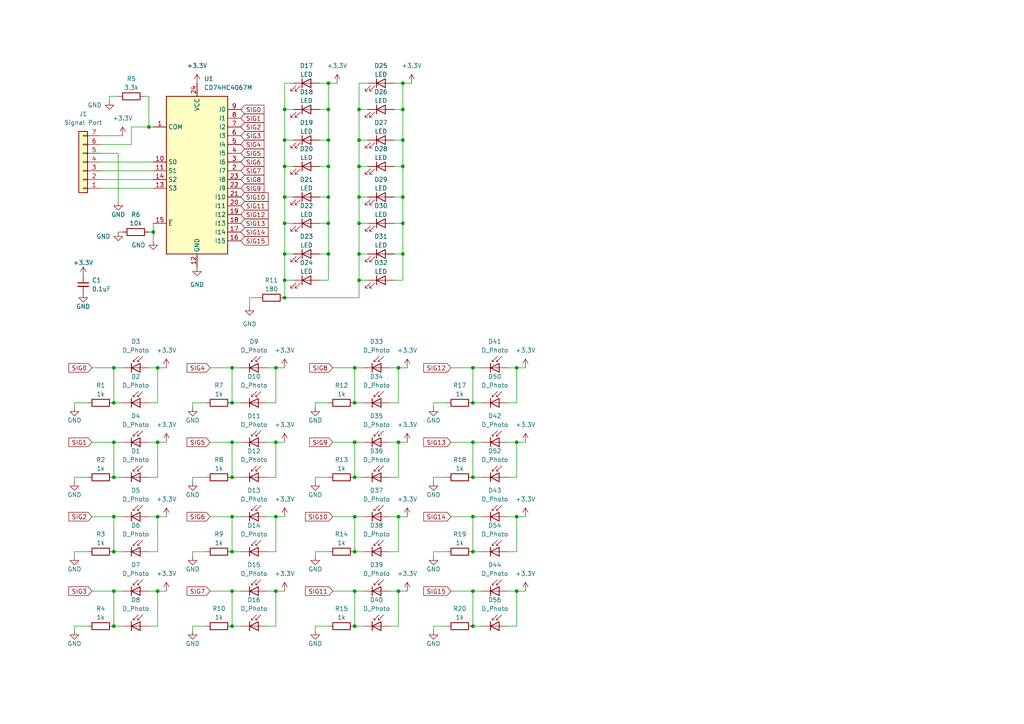
<source format=kicad_sch>
(kicad_sch (version 20211123) (generator eeschema)
  (paper "A4")
  (lib_symbols
    (symbol "74xx:CD74HC4067M"
      (property "Reference" "U" (at -8.89 22.86 0))
      (property "Value" "CD74HC4067M" (at 1.27 22.86 0))
      (symbol "CD74HC4067M_0_1"
        (rectangle (start -8.89 21.59) (end 8.89 -24.13) (stroke (width 0.254)) (fill (type background)))
      )
      (symbol "CD74HC4067M_1_1"
        (pin passive line (at -12.7 12.7 0) (length 3.81) (name "COM") (number "1"))
        (pin input line (at -12.7 2.54 0) (length 3.81) (name "S0") (number "10"))
        (pin input line (at -12.7 0 0) (length 3.81) (name "S1") (number "11"))
        (pin power_in line (at 0 -27.94 90) (length 3.81) (name "GND") (number "12"))
        (pin input line (at -12.7 -5.08 0) (length 3.81) (name "S3") (number "13"))
        (pin input line (at -12.7 -2.54 0) (length 3.81) (name "S2") (number "14"))
        (pin input line (at -12.7 -15.24 0) (length 3.81) (name "~{E}") (number "15"))
        (pin passive line (at 12.7 -20.32 180) (length 3.81) (name "I15") (number "16"))
        (pin passive line (at 12.7 -17.78 180) (length 3.81) (name "I14") (number "17"))
        (pin passive line (at 12.7 -15.24 180) (length 3.81) (name "I13") (number "18"))
        (pin passive line (at 12.7 -12.7 180) (length 3.81) (name "I12") (number "19"))
        (pin passive line (at 12.7 0 180) (length 3.81) (name "I7") (number "2"))
        (pin passive line (at 12.7 -10.16 180) (length 3.81) (name "I11") (number "20"))
        (pin passive line (at 12.7 -7.62 180) (length 3.81) (name "I10") (number "21"))
        (pin passive line (at 12.7 -5.08 180) (length 3.81) (name "I9") (number "22"))
        (pin passive line (at 12.7 -2.54 180) (length 3.81) (name "I8") (number "23"))
        (pin power_in line (at 0 25.4 270) (length 3.81) (name "VCC") (number "24"))
        (pin passive line (at 12.7 2.54 180) (length 3.81) (name "I6") (number "3"))
        (pin passive line (at 12.7 5.08 180) (length 3.81) (name "I5") (number "4"))
        (pin passive line (at 12.7 7.62 180) (length 3.81) (name "I4") (number "5"))
        (pin passive line (at 12.7 10.16 180) (length 3.81) (name "I3") (number "6"))
        (pin passive line (at 12.7 12.7 180) (length 3.81) (name "I2") (number "7"))
        (pin passive line (at 12.7 15.24 180) (length 3.81) (name "I1") (number "8"))
        (pin passive line (at 12.7 17.78 180) (length 3.81) (name "I0") (number "9"))
      )
    )
    (symbol "Connector_Generic:Conn_01x07" (pin_names (offset 1.016) hide)
      (property "Reference" "J" (at 0 10.16 0))
      (property "Value" "Conn_01x07" (at 0 -10.16 0))
      (symbol "Conn_01x07_1_1"
        (rectangle (start -1.27 -7.493) (end 0 -7.747) (stroke (width 0.1524)))
        (rectangle (start -1.27 -4.953) (end 0 -5.207) (stroke (width 0.1524)))
        (rectangle (start -1.27 -2.413) (end 0 -2.667) (stroke (width 0.1524)))
        (rectangle (start -1.27 0.127) (end 0 -0.127) (stroke (width 0.1524)))
        (rectangle (start -1.27 2.667) (end 0 2.413) (stroke (width 0.1524)))
        (rectangle (start -1.27 5.207) (end 0 4.953) (stroke (width 0.1524)))
        (rectangle (start -1.27 7.747) (end 0 7.493) (stroke (width 0.1524)))
        (rectangle (start -1.27 8.89) (end 1.27 -8.89) (stroke (width 0.254)) (fill (type background)))
        (pin passive line (at -5.08 7.62 0) (length 3.81) (name "Pin_1") (number "1"))
        (pin passive line (at -5.08 5.08 0) (length 3.81) (name "Pin_2") (number "2"))
        (pin passive line (at -5.08 2.54 0) (length 3.81) (name "Pin_3") (number "3"))
        (pin passive line (at -5.08 0 0) (length 3.81) (name "Pin_4") (number "4"))
        (pin passive line (at -5.08 -2.54 0) (length 3.81) (name "Pin_5") (number "5"))
        (pin passive line (at -5.08 -5.08 0) (length 3.81) (name "Pin_6") (number "6"))
        (pin passive line (at -5.08 -7.62 0) (length 3.81) (name "Pin_7") (number "7"))
      )
    )
    (symbol "Device:C_Small" (pin_numbers hide) (pin_names (offset 0.254) hide)
      (property "Reference" "C" (at 0.254 1.778 0))
      (property "Value" "C_Small" (at 0.254 -2.032 0))
      (symbol "C_Small_0_1"
        (polyline (pts (xy -1.524 -0.508) (xy 1.524 -0.508)) (stroke (width 0.3302)))
        (polyline (pts (xy -1.524 0.508) (xy 1.524 0.508)) (stroke (width 0.3048)))
      )
      (symbol "C_Small_1_1"
        (pin passive line (at 0 2.54 270) (length 2.032) (name "~") (number "1"))
        (pin passive line (at 0 -2.54 90) (length 2.032) (name "~") (number "2"))
      )
    )
    (symbol "Device:D_Photo" (pin_numbers hide) (pin_names hide)
      (property "Reference" "D" (at 0.508 1.778 0))
      (property "Value" "D_Photo" (at -1.016 -2.794 0))
      (symbol "D_Photo_0_1"
        (polyline (pts (xy -2.54 1.27) (xy -2.54 -1.27)) (stroke (width 0.254)))
        (polyline (pts (xy -2.032 1.778) (xy -1.524 1.778)))
        (polyline (pts (xy 0 0) (xy -2.54 0)))
        (polyline (pts (xy -0.508 3.302) (xy -2.032 1.778) (xy -2.032 2.286)))
        (polyline (pts (xy 0 -1.27) (xy 0 1.27) (xy -2.54 0) (xy 0 -1.27)) (stroke (width 0.254)))
        (polyline (pts (xy 0.762 3.302) (xy -0.762 1.778) (xy -0.762 2.286) (xy -0.762 1.778) (xy -0.254 1.778)))
      )
      (symbol "D_Photo_1_1"
        (pin passive line (at -5.08 0 0) (length 2.54) (name "K") (number "1"))
        (pin passive line (at 2.54 0 180) (length 2.54) (name "A") (number "2"))
      )
    )
    (symbol "Device:LED" (pin_numbers hide) (pin_names (offset 1.016) hide)
      (property "Reference" "D" (at 0 2.54 0))
      (property "Value" "LED" (at 0 -2.54 0))
      (symbol "LED_0_1"
        (polyline (pts (xy -1.27 -1.27) (xy -1.27 1.27)) (stroke (width 0.254)))
        (polyline (pts (xy -1.27 0) (xy 1.27 0)))
        (polyline (pts (xy 1.27 -1.27) (xy 1.27 1.27) (xy -1.27 0) (xy 1.27 -1.27)) (stroke (width 0.254)))
        (polyline (pts (xy -3.048 -0.762) (xy -4.572 -2.286) (xy -3.81 -2.286) (xy -4.572 -2.286) (xy -4.572 -1.524)))
        (polyline (pts (xy -1.778 -0.762) (xy -3.302 -2.286) (xy -2.54 -2.286) (xy -3.302 -2.286) (xy -3.302 -1.524)))
      )
      (symbol "LED_1_1"
        (pin passive line (at -3.81 0 0) (length 2.54) (name "K") (number "1"))
        (pin passive line (at 3.81 0 180) (length 2.54) (name "A") (number "2"))
      )
    )
    (symbol "Device:R" (pin_numbers hide) (pin_names (offset 0))
      (property "Reference" "R" (at 2.032 0 90))
      (property "Value" "R" (at 0 0 90))
      (symbol "R_0_1"
        (rectangle (start -1.016 -2.54) (end 1.016 2.54) (stroke (width 0.254)))
      )
      (symbol "R_1_1"
        (pin passive line (at 0 3.81 270) (length 1.27) (name "~") (number "1"))
        (pin passive line (at 0 -3.81 90) (length 1.27) (name "~") (number "2"))
      )
    )
    (symbol "power:+3.3V" (power) (pin_names (offset 0))
      (property "Value" "+3.3V" (at 0 3.556 0))
      (symbol "+3.3V_0_1"
        (polyline (pts (xy -0.762 1.27) (xy 0 2.54)))
        (polyline (pts (xy 0 0) (xy 0 2.54)))
        (polyline (pts (xy 0 2.54) (xy 0.762 1.27)))
      )
      (symbol "+3.3V_1_1"
        (pin power_in line (at 0 0 90) (length 0) hide (name "+3.3V") (number "1"))
      )
    )
    (symbol "power:GND" (power) (pin_names (offset 0))
      (property "Value" "GND" (at 0 -3.81 0))
      (symbol "GND_0_1"
        (polyline (pts (xy 0 0) (xy 0 -1.27) (xy 1.27 -1.27) (xy 0 -2.54) (xy -1.27 -1.27) (xy 0 -1.27)))
      )
      (symbol "GND_1_1"
        (pin power_in line (at 0 0 270) (length 0) hide (name "GND") (number "1"))
      )
    )
  )
  (junction (at 137.16 106.68))
  (junction (at 95.25 48.26))
  (junction (at 137.16 128.27))
  (junction (at 115.57 106.68))
  (junction (at 82.55 57.15))
  (junction (at 33.02 128.27))
  (junction (at 33.02 116.84))
  (junction (at 80.01 106.68))
  (junction (at 67.31 160.02))
  (junction (at 43.18 36.83))
  (junction (at 115.57 171.45))
  (junction (at 67.31 138.43))
  (junction (at 95.25 31.75))
  (junction (at 45.72 106.68))
  (junction (at 33.02 138.43))
  (junction (at 104.14 57.15))
  (junction (at 95.25 64.77))
  (junction (at 95.25 40.64))
  (junction (at 80.01 149.86))
  (junction (at 67.31 128.27))
  (junction (at 116.84 73.66))
  (junction (at 116.84 64.77))
  (junction (at 116.84 24.13))
  (junction (at 102.87 138.43))
  (junction (at 116.84 48.26))
  (junction (at 149.86 149.86))
  (junction (at 80.01 128.27))
  (junction (at 82.55 40.64))
  (junction (at 104.14 64.77))
  (junction (at 149.86 171.45))
  (junction (at 137.16 138.43))
  (junction (at 67.31 106.68))
  (junction (at 104.14 31.75))
  (junction (at 44.45 67.31))
  (junction (at 45.72 149.86))
  (junction (at 137.16 171.45))
  (junction (at 82.55 64.77))
  (junction (at 67.31 181.61))
  (junction (at 116.84 57.15))
  (junction (at 116.84 40.64))
  (junction (at 82.55 81.28))
  (junction (at 33.02 181.61))
  (junction (at 82.55 86.36))
  (junction (at 67.31 171.45))
  (junction (at 82.55 31.75))
  (junction (at 115.57 128.27))
  (junction (at 149.86 128.27))
  (junction (at 137.16 149.86))
  (junction (at 104.14 81.28))
  (junction (at 45.72 128.27))
  (junction (at 149.86 106.68))
  (junction (at 137.16 116.84))
  (junction (at 67.31 149.86))
  (junction (at 137.16 160.02))
  (junction (at 80.01 171.45))
  (junction (at 137.16 181.61))
  (junction (at 104.14 48.26))
  (junction (at 116.84 31.75))
  (junction (at 102.87 149.86))
  (junction (at 33.02 160.02))
  (junction (at 102.87 128.27))
  (junction (at 33.02 106.68))
  (junction (at 102.87 116.84))
  (junction (at 82.55 73.66))
  (junction (at 33.02 171.45))
  (junction (at 33.02 149.86))
  (junction (at 102.87 106.68))
  (junction (at 115.57 149.86))
  (junction (at 102.87 171.45))
  (junction (at 104.14 73.66))
  (junction (at 95.25 24.13))
  (junction (at 104.14 40.64))
  (junction (at 95.25 73.66))
  (junction (at 45.72 171.45))
  (junction (at 82.55 48.26))
  (junction (at 102.87 160.02))
  (junction (at 102.87 181.61))
  (junction (at 67.31 116.84))
  (junction (at 95.25 57.15))
  (wire (pts (xy 45.72 106.68) (xy 48.26 106.68)))
  (wire (pts (xy 55.88 181.61) (xy 59.69 181.61)))
  (wire (pts (xy 45.72 171.45) (xy 48.26 171.45)))
  (wire (pts (xy 55.88 138.43) (xy 59.69 138.43)))
  (wire (pts (xy 116.84 24.13) (xy 119.38 24.13)))
  (wire (pts (xy 67.31 138.43) (xy 69.85 138.43)))
  (wire (pts (xy 96.52 171.45) (xy 102.87 171.45)))
  (wire (pts (xy 149.86 160.02) (xy 147.32 160.02)))
  (wire (pts (xy 104.14 31.75) (xy 106.68 31.75)))
  (wire (pts (xy 116.84 24.13) (xy 116.84 31.75)))
  (wire (pts (xy 115.57 106.68) (xy 113.03 106.68)))
  (wire (pts (xy 95.25 64.77) (xy 95.25 73.66)))
  (wire (pts (xy 137.16 128.27) (xy 137.16 138.43)))
  (wire (pts (xy 137.16 160.02) (xy 139.7 160.02)))
  (wire (pts (xy 149.86 171.45) (xy 147.32 171.45)))
  (wire (pts (xy 104.14 73.66) (xy 104.14 81.28)))
  (wire (pts (xy 115.57 116.84) (xy 113.03 116.84)))
  (wire (pts (xy 60.96 106.68) (xy 67.31 106.68)))
  (wire (pts (xy 137.16 149.86) (xy 137.16 160.02)))
  (wire (pts (xy 137.16 128.27) (xy 139.7 128.27)))
  (wire (pts (xy 45.72 149.86) (xy 45.72 160.02)))
  (wire (pts (xy 45.72 128.27) (xy 45.72 138.43)))
  (wire (pts (xy 80.01 149.86) (xy 80.01 160.02)))
  (wire (pts (xy 115.57 149.86) (xy 115.57 160.02)))
  (wire (pts (xy 34.29 67.31) (xy 35.56 67.31)))
  (wire (pts (xy 114.3 48.26) (xy 116.84 48.26)))
  (wire (pts (xy 29.21 54.61) (xy 44.45 54.61)))
  (wire (pts (xy 82.55 73.66) (xy 85.09 73.66)))
  (wire (pts (xy 149.86 171.45) (xy 149.86 181.61)))
  (wire (pts (xy 55.88 118.11) (xy 55.88 116.84)))
  (wire (pts (xy 33.02 116.84) (xy 35.56 116.84)))
  (wire (pts (xy 80.01 171.45) (xy 82.55 171.45)))
  (wire (pts (xy 80.01 171.45) (xy 77.47 171.45)))
  (wire (pts (xy 102.87 128.27) (xy 102.87 138.43)))
  (wire (pts (xy 104.14 57.15) (xy 106.68 57.15)))
  (wire (pts (xy 26.67 106.68) (xy 33.02 106.68)))
  (wire (pts (xy 104.14 81.28) (xy 104.14 86.36)))
  (wire (pts (xy 34.29 44.45) (xy 34.29 58.42)))
  (wire (pts (xy 55.88 160.02) (xy 59.69 160.02)))
  (wire (pts (xy 21.59 138.43) (xy 25.4 138.43)))
  (wire (pts (xy 115.57 106.68) (xy 118.11 106.68)))
  (wire (pts (xy 125.73 118.11) (xy 125.73 116.84)))
  (wire (pts (xy 80.01 106.68) (xy 77.47 106.68)))
  (wire (pts (xy 67.31 181.61) (xy 69.85 181.61)))
  (wire (pts (xy 91.44 161.29) (xy 91.44 160.02)))
  (wire (pts (xy 149.86 128.27) (xy 152.4 128.27)))
  (wire (pts (xy 55.88 161.29) (xy 55.88 160.02)))
  (wire (pts (xy 95.25 57.15) (xy 95.25 64.77)))
  (wire (pts (xy 80.01 116.84) (xy 77.47 116.84)))
  (wire (pts (xy 82.55 81.28) (xy 85.09 81.28)))
  (wire (pts (xy 91.44 116.84) (xy 95.25 116.84)))
  (wire (pts (xy 149.86 149.86) (xy 149.86 160.02)))
  (wire (pts (xy 137.16 181.61) (xy 139.7 181.61)))
  (wire (pts (xy 102.87 171.45) (xy 102.87 181.61)))
  (wire (pts (xy 92.71 24.13) (xy 95.25 24.13)))
  (wire (pts (xy 149.86 106.68) (xy 152.4 106.68)))
  (wire (pts (xy 67.31 149.86) (xy 69.85 149.86)))
  (wire (pts (xy 80.01 149.86) (xy 77.47 149.86)))
  (wire (pts (xy 95.25 48.26) (xy 95.25 57.15)))
  (wire (pts (xy 116.84 64.77) (xy 116.84 73.66)))
  (wire (pts (xy 96.52 128.27) (xy 102.87 128.27)))
  (wire (pts (xy 125.73 182.88) (xy 125.73 181.61)))
  (wire (pts (xy 82.55 48.26) (xy 85.09 48.26)))
  (wire (pts (xy 21.59 181.61) (xy 25.4 181.61)))
  (wire (pts (xy 95.25 40.64) (xy 95.25 48.26)))
  (wire (pts (xy 80.01 138.43) (xy 77.47 138.43)))
  (wire (pts (xy 43.18 27.94) (xy 43.18 36.83)))
  (wire (pts (xy 102.87 106.68) (xy 105.41 106.68)))
  (wire (pts (xy 45.72 181.61) (xy 43.18 181.61)))
  (wire (pts (xy 149.86 116.84) (xy 147.32 116.84)))
  (wire (pts (xy 104.14 64.77) (xy 106.68 64.77)))
  (wire (pts (xy 116.84 48.26) (xy 116.84 57.15)))
  (wire (pts (xy 125.73 138.43) (xy 129.54 138.43)))
  (wire (pts (xy 116.84 31.75) (xy 116.84 40.64)))
  (wire (pts (xy 125.73 160.02) (xy 129.54 160.02)))
  (wire (pts (xy 82.55 31.75) (xy 85.09 31.75)))
  (wire (pts (xy 80.01 128.27) (xy 82.55 128.27)))
  (wire (pts (xy 92.71 81.28) (xy 95.25 81.28)))
  (wire (pts (xy 21.59 116.84) (xy 25.4 116.84)))
  (wire (pts (xy 45.72 149.86) (xy 43.18 149.86)))
  (wire (pts (xy 104.14 86.36) (xy 82.55 86.36)))
  (wire (pts (xy 137.16 106.68) (xy 139.7 106.68)))
  (wire (pts (xy 29.21 49.53) (xy 44.45 49.53)))
  (wire (pts (xy 67.31 106.68) (xy 69.85 106.68)))
  (wire (pts (xy 149.86 171.45) (xy 152.4 171.45)))
  (wire (pts (xy 125.73 161.29) (xy 125.73 160.02)))
  (wire (pts (xy 67.31 128.27) (xy 69.85 128.27)))
  (wire (pts (xy 33.02 106.68) (xy 33.02 116.84)))
  (wire (pts (xy 29.21 46.99) (xy 44.45 46.99)))
  (wire (pts (xy 115.57 128.27) (xy 115.57 138.43)))
  (wire (pts (xy 95.25 24.13) (xy 95.25 31.75)))
  (wire (pts (xy 33.02 138.43) (xy 35.56 138.43)))
  (wire (pts (xy 67.31 116.84) (xy 69.85 116.84)))
  (wire (pts (xy 149.86 149.86) (xy 147.32 149.86)))
  (wire (pts (xy 82.55 81.28) (xy 82.55 86.36)))
  (wire (pts (xy 67.31 171.45) (xy 67.31 181.61)))
  (wire (pts (xy 21.59 161.29) (xy 21.59 160.02)))
  (wire (pts (xy 95.25 24.13) (xy 97.79 24.13)))
  (wire (pts (xy 91.44 160.02) (xy 95.25 160.02)))
  (wire (pts (xy 33.02 149.86) (xy 33.02 160.02)))
  (wire (pts (xy 102.87 149.86) (xy 102.87 160.02)))
  (wire (pts (xy 149.86 181.61) (xy 147.32 181.61)))
  (wire (pts (xy 149.86 106.68) (xy 149.86 116.84)))
  (wire (pts (xy 114.3 57.15) (xy 116.84 57.15)))
  (wire (pts (xy 21.59 139.7) (xy 21.59 138.43)))
  (wire (pts (xy 80.01 106.68) (xy 80.01 116.84)))
  (wire (pts (xy 96.52 106.68) (xy 102.87 106.68)))
  (wire (pts (xy 102.87 106.68) (xy 102.87 116.84)))
  (wire (pts (xy 43.18 36.83) (xy 38.1 36.83)))
  (wire (pts (xy 125.73 139.7) (xy 125.73 138.43)))
  (wire (pts (xy 91.44 182.88) (xy 91.44 181.61)))
  (wire (pts (xy 55.88 139.7) (xy 55.88 138.43)))
  (wire (pts (xy 72.39 86.36) (xy 74.93 86.36)))
  (wire (pts (xy 137.16 116.84) (xy 139.7 116.84)))
  (wire (pts (xy 67.31 149.86) (xy 67.31 160.02)))
  (wire (pts (xy 21.59 160.02) (xy 25.4 160.02)))
  (wire (pts (xy 60.96 128.27) (xy 67.31 128.27)))
  (wire (pts (xy 114.3 73.66) (xy 116.84 73.66)))
  (wire (pts (xy 114.3 24.13) (xy 116.84 24.13)))
  (wire (pts (xy 80.01 128.27) (xy 77.47 128.27)))
  (wire (pts (xy 102.87 138.43) (xy 105.41 138.43)))
  (wire (pts (xy 45.72 149.86) (xy 48.26 149.86)))
  (wire (pts (xy 41.91 27.94) (xy 43.18 27.94)))
  (wire (pts (xy 104.14 81.28) (xy 106.68 81.28)))
  (wire (pts (xy 72.39 88.9) (xy 72.39 86.36)))
  (wire (pts (xy 33.02 128.27) (xy 35.56 128.27)))
  (wire (pts (xy 33.02 160.02) (xy 35.56 160.02)))
  (wire (pts (xy 44.45 67.31) (xy 44.45 69.85)))
  (wire (pts (xy 92.71 57.15) (xy 95.25 57.15)))
  (wire (pts (xy 137.16 149.86) (xy 139.7 149.86)))
  (wire (pts (xy 33.02 106.68) (xy 35.56 106.68)))
  (wire (pts (xy 60.96 171.45) (xy 67.31 171.45)))
  (wire (pts (xy 82.55 57.15) (xy 85.09 57.15)))
  (wire (pts (xy 115.57 160.02) (xy 113.03 160.02)))
  (wire (pts (xy 115.57 171.45) (xy 118.11 171.45)))
  (wire (pts (xy 31.75 27.94) (xy 34.29 27.94)))
  (wire (pts (xy 43.18 67.31) (xy 44.45 67.31)))
  (wire (pts (xy 115.57 138.43) (xy 113.03 138.43)))
  (wire (pts (xy 116.84 73.66) (xy 116.84 81.28)))
  (wire (pts (xy 85.09 24.13) (xy 82.55 24.13)))
  (wire (pts (xy 115.57 128.27) (xy 113.03 128.27)))
  (wire (pts (xy 82.55 64.77) (xy 82.55 73.66)))
  (wire (pts (xy 45.72 116.84) (xy 43.18 116.84)))
  (wire (pts (xy 137.16 171.45) (xy 137.16 181.61)))
  (wire (pts (xy 104.14 40.64) (xy 104.14 48.26)))
  (wire (pts (xy 115.57 149.86) (xy 118.11 149.86)))
  (wire (pts (xy 104.14 48.26) (xy 106.68 48.26)))
  (wire (pts (xy 67.31 171.45) (xy 69.85 171.45)))
  (wire (pts (xy 67.31 106.68) (xy 67.31 116.84)))
  (wire (pts (xy 44.45 64.77) (xy 44.45 67.31)))
  (wire (pts (xy 125.73 181.61) (xy 129.54 181.61)))
  (wire (pts (xy 67.31 128.27) (xy 67.31 138.43)))
  (wire (pts (xy 29.21 44.45) (xy 34.29 44.45)))
  (wire (pts (xy 102.87 160.02) (xy 105.41 160.02)))
  (wire (pts (xy 114.3 64.77) (xy 116.84 64.77)))
  (wire (pts (xy 21.59 182.88) (xy 21.59 181.61)))
  (wire (pts (xy 91.44 118.11) (xy 91.44 116.84)))
  (wire (pts (xy 115.57 171.45) (xy 115.57 181.61)))
  (wire (pts (xy 80.01 181.61) (xy 77.47 181.61)))
  (wire (pts (xy 82.55 57.15) (xy 82.55 64.77)))
  (wire (pts (xy 80.01 128.27) (xy 80.01 138.43)))
  (wire (pts (xy 33.02 171.45) (xy 33.02 181.61)))
  (wire (pts (xy 60.96 149.86) (xy 67.31 149.86)))
  (wire (pts (xy 82.55 31.75) (xy 82.55 40.64)))
  (wire (pts (xy 130.81 106.68) (xy 137.16 106.68)))
  (wire (pts (xy 149.86 149.86) (xy 152.4 149.86)))
  (wire (pts (xy 82.55 149.86) (xy 80.01 149.86)))
  (wire (pts (xy 130.81 149.86) (xy 137.16 149.86)))
  (wire (pts (xy 92.71 31.75) (xy 95.25 31.75)))
  (wire (pts (xy 95.25 73.66) (xy 95.25 81.28)))
  (wire (pts (xy 92.71 64.77) (xy 95.25 64.77)))
  (wire (pts (xy 137.16 106.68) (xy 137.16 116.84)))
  (wire (pts (xy 80.01 171.45) (xy 80.01 181.61)))
  (wire (pts (xy 130.81 128.27) (xy 137.16 128.27)))
  (wire (pts (xy 92.71 73.66) (xy 95.25 73.66)))
  (wire (pts (xy 80.01 160.02) (xy 77.47 160.02)))
  (wire (pts (xy 55.88 116.84) (xy 59.69 116.84)))
  (wire (pts (xy 45.72 171.45) (xy 45.72 181.61)))
  (wire (pts (xy 116.84 40.64) (xy 116.84 48.26)))
  (wire (pts (xy 104.14 48.26) (xy 104.14 57.15)))
  (wire (pts (xy 149.86 138.43) (xy 147.32 138.43)))
  (wire (pts (xy 92.71 48.26) (xy 95.25 48.26)))
  (wire (pts (xy 125.73 116.84) (xy 129.54 116.84)))
  (wire (pts (xy 26.67 149.86) (xy 33.02 149.86)))
  (wire (pts (xy 45.72 106.68) (xy 45.72 116.84)))
  (wire (pts (xy 130.81 171.45) (xy 137.16 171.45)))
  (wire (pts (xy 33.02 171.45) (xy 35.56 171.45)))
  (wire (pts (xy 33.02 128.27) (xy 33.02 138.43)))
  (wire (pts (xy 104.14 40.64) (xy 106.68 40.64)))
  (wire (pts (xy 115.57 181.61) (xy 113.03 181.61)))
  (wire (pts (xy 115.57 128.27) (xy 118.11 128.27)))
  (wire (pts (xy 29.21 52.07) (xy 44.45 52.07)))
  (wire (pts (xy 29.21 39.37) (xy 35.56 39.37)))
  (wire (pts (xy 104.14 64.77) (xy 104.14 73.66)))
  (wire (pts (xy 91.44 138.43) (xy 95.25 138.43)))
  (wire (pts (xy 137.16 171.45) (xy 139.7 171.45)))
  (wire (pts (xy 45.72 138.43) (xy 43.18 138.43)))
  (wire (pts (xy 26.67 171.45) (xy 33.02 171.45)))
  (wire (pts (xy 45.72 160.02) (xy 43.18 160.02)))
  (wire (pts (xy 104.14 31.75) (xy 104.14 40.64)))
  (wire (pts (xy 82.55 73.66) (xy 82.55 81.28)))
  (wire (pts (xy 33.02 181.61) (xy 35.56 181.61)))
  (wire (pts (xy 102.87 128.27) (xy 105.41 128.27)))
  (wire (pts (xy 149.86 128.27) (xy 149.86 138.43)))
  (wire (pts (xy 91.44 139.7) (xy 91.44 138.43)))
  (wire (pts (xy 102.87 149.86) (xy 105.41 149.86)))
  (wire (pts (xy 115.57 149.86) (xy 113.03 149.86)))
  (wire (pts (xy 92.71 40.64) (xy 95.25 40.64)))
  (wire (pts (xy 82.55 24.13) (xy 82.55 31.75)))
  (wire (pts (xy 82.55 48.26) (xy 82.55 57.15)))
  (wire (pts (xy 104.14 57.15) (xy 104.14 64.77)))
  (wire (pts (xy 104.14 24.13) (xy 104.14 31.75)))
  (wire (pts (xy 31.75 29.21) (xy 31.75 27.94)))
  (wire (pts (xy 95.25 31.75) (xy 95.25 40.64)))
  (wire (pts (xy 33.02 149.86) (xy 35.56 149.86)))
  (wire (pts (xy 82.55 40.64) (xy 85.09 40.64)))
  (wire (pts (xy 44.45 36.83) (xy 43.18 36.83)))
  (wire (pts (xy 67.31 160.02) (xy 69.85 160.02)))
  (wire (pts (xy 137.16 138.43) (xy 139.7 138.43)))
  (wire (pts (xy 114.3 81.28) (xy 116.84 81.28)))
  (wire (pts (xy 149.86 128.27) (xy 147.32 128.27)))
  (wire (pts (xy 38.1 36.83) (xy 38.1 41.91)))
  (wire (pts (xy 26.67 128.27) (xy 33.02 128.27)))
  (wire (pts (xy 91.44 181.61) (xy 95.25 181.61)))
  (wire (pts (xy 45.72 128.27) (xy 43.18 128.27)))
  (wire (pts (xy 102.87 181.61) (xy 105.41 181.61)))
  (wire (pts (xy 116.84 57.15) (xy 116.84 64.77)))
  (wire (pts (xy 104.14 73.66) (xy 106.68 73.66)))
  (wire (pts (xy 82.55 64.77) (xy 85.09 64.77)))
  (wire (pts (xy 96.52 149.86) (xy 102.87 149.86)))
  (wire (pts (xy 45.72 128.27) (xy 48.26 128.27)))
  (wire (pts (xy 82.55 40.64) (xy 82.55 48.26)))
  (wire (pts (xy 29.21 41.91) (xy 38.1 41.91)))
  (wire (pts (xy 102.87 116.84) (xy 105.41 116.84)))
  (wire (pts (xy 45.72 171.45) (xy 43.18 171.45)))
  (wire (pts (xy 102.87 171.45) (xy 105.41 171.45)))
  (wire (pts (xy 55.88 182.88) (xy 55.88 181.61)))
  (wire (pts (xy 115.57 171.45) (xy 113.03 171.45)))
  (wire (pts (xy 106.68 24.13) (xy 104.14 24.13)))
  (wire (pts (xy 114.3 31.75) (xy 116.84 31.75)))
  (wire (pts (xy 114.3 40.64) (xy 116.84 40.64)))
  (wire (pts (xy 21.59 118.11) (xy 21.59 116.84)))
  (wire (pts (xy 80.01 106.68) (xy 82.55 106.68)))
  (wire (pts (xy 149.86 106.68) (xy 147.32 106.68)))
  (wire (pts (xy 115.57 106.68) (xy 115.57 116.84)))
  (wire (pts (xy 45.72 106.68) (xy 43.18 106.68)))
  (global_label "SIG7" (shape input) (at 69.85 49.53 0) (property "シート間のリファレンス" "${INTERSHEET_REFS}" (effects hide)))
  (global_label "SIG6" (shape input) (at 69.85 46.99 0) (property "シート間のリファレンス" "${INTERSHEET_REFS}" (effects hide)))
  (global_label "SIG3" (shape input) (at 26.67 171.45 180) (property "シート間のリファレンス" "${INTERSHEET_REFS}" (effects hide)))
  (global_label "SIG10" (shape input) (at 96.52 149.86 180) (property "シート間のリファレンス" "${INTERSHEET_REFS}" (effects hide)))
  (global_label "SIG12" (shape input) (at 130.81 106.68 180) (property "シート間のリファレンス" "${INTERSHEET_REFS}" (effects hide)))
  (global_label "SIG1" (shape input) (at 69.85 34.29 0) (property "シート間のリファレンス" "${INTERSHEET_REFS}" (effects hide)))
  (global_label "SIG15" (shape input) (at 69.85 69.85 0) (property "シート間のリファレンス" "${INTERSHEET_REFS}" (effects hide)))
  (global_label "SIG10" (shape input) (at 69.85 57.15 0) (property "シート間のリファレンス" "${INTERSHEET_REFS}" (effects hide)))
  (global_label "SIG14" (shape input) (at 130.81 149.86 180) (property "シート間のリファレンス" "${INTERSHEET_REFS}" (effects hide)))
  (global_label "SIG13" (shape input) (at 69.85 64.77 0) (property "シート間のリファレンス" "${INTERSHEET_REFS}" (effects hide)))
  (global_label "SIG8" (shape input) (at 69.85 52.07 0) (property "シート間のリファレンス" "${INTERSHEET_REFS}" (effects hide)))
  (global_label "SIG14" (shape input) (at 69.85 67.31 0) (property "シート間のリファレンス" "${INTERSHEET_REFS}" (effects hide)))
  (global_label "SIG4" (shape input) (at 60.96 106.68 180) (property "シート間のリファレンス" "${INTERSHEET_REFS}" (effects hide)))
  (global_label "SIG0" (shape input) (at 26.67 106.68 180) (property "シート間のリファレンス" "${INTERSHEET_REFS}" (effects hide)))
  (global_label "SIG9" (shape input) (at 69.85 54.61 0) (property "シート間のリファレンス" "${INTERSHEET_REFS}" (effects hide)))
  (global_label "SIG1" (shape input) (at 26.67 128.27 180) (property "シート間のリファレンス" "${INTERSHEET_REFS}" (effects hide)))
  (global_label "SIG6" (shape input) (at 60.96 149.86 180) (property "シート間のリファレンス" "${INTERSHEET_REFS}" (effects hide)))
  (global_label "SIG11" (shape input) (at 96.52 171.45 180) (property "シート間のリファレンス" "${INTERSHEET_REFS}" (effects hide)))
  (global_label "SIG12" (shape input) (at 69.85 62.23 0) (property "シート間のリファレンス" "${INTERSHEET_REFS}" (effects hide)))
  (global_label "SIG8" (shape input) (at 96.52 106.68 180) (property "シート間のリファレンス" "${INTERSHEET_REFS}" (effects hide)))
  (global_label "SIG3" (shape input) (at 69.85 39.37 0) (property "シート間のリファレンス" "${INTERSHEET_REFS}" (effects hide)))
  (global_label "SIG4" (shape input) (at 69.85 41.91 0) (property "シート間のリファレンス" "${INTERSHEET_REFS}" (effects hide)))
  (global_label "SIG13" (shape input) (at 130.81 128.27 180) (property "シート間のリファレンス" "${INTERSHEET_REFS}" (effects hide)))
  (global_label "SIG5" (shape input) (at 69.85 44.45 0) (property "シート間のリファレンス" "${INTERSHEET_REFS}" (effects hide)))
  (global_label "SIG0" (shape input) (at 69.85 31.75 0) (property "シート間のリファレンス" "${INTERSHEET_REFS}" (effects hide)))
  (global_label "SIG2" (shape input) (at 26.67 149.86 180) (property "シート間のリファレンス" "${INTERSHEET_REFS}" (effects hide)))
  (global_label "SIG15" (shape input) (at 130.81 171.45 180) (property "シート間のリファレンス" "${INTERSHEET_REFS}" (effects hide)))
  (global_label "SIG11" (shape input) (at 69.85 59.69 0) (property "シート間のリファレンス" "${INTERSHEET_REFS}" (effects hide)))
  (global_label "SIG9" (shape input) (at 96.52 128.27 180) (property "シート間のリファレンス" "${INTERSHEET_REFS}" (effects hide)))
  (global_label "SIG7" (shape input) (at 60.96 171.45 180) (property "シート間のリファレンス" "${INTERSHEET_REFS}" (effects hide)))
  (global_label "SIG2" (shape input) (at 69.85 36.83 0) (property "シート間のリファレンス" "${INTERSHEET_REFS}" (effects hide)))
  (global_label "SIG5" (shape input) (at 60.96 128.27 180) (property "シート間のリファレンス" "${INTERSHEET_REFS}" (effects hide)))
  (symbol (lib_id "power:GND") (at 125.73 139.7 0) (unit 1)
    (property "Reference" "#PWR039" (effects hide))
    (property "Value" "GND" (at 125.73 143.51 0))
  )
  (symbol (lib_id "Device:D_Photo") (at 74.93 116.84 0) (unit 1)
    (property "Reference" "D10" (at 73.66 109.22 0))
    (property "Value" "D_Photo" (at 73.66 111.76 0))
    (property "Footprint" "LED_THT:LED_D3.0mm" (effects hide))
  )
  (symbol (lib_id "Device:LED") (at 88.9 73.66 0) (unit 1)
    (property "Reference" "D23" (at 88.9 68.58 0))
    (property "Value" "LED" (at 88.9 71.12 0))
    (property "Footprint" "LED_THT:LED_D3.0mm" (effects hide))
  )
  (symbol (lib_id "Device:D_Photo") (at 144.78 160.02 0) (unit 1)
    (property "Reference" "D54" (at 143.51 152.4 0))
    (property "Value" "D_Photo" (at 143.51 154.94 0))
    (property "Footprint" "LED_THT:LED_D3.0mm" (effects hide))
  )
  (symbol (lib_id "power:+3.3V") (at 82.55 171.45 0) (unit 1)
    (property "Reference" "#PWR026" (effects hide))
    (property "Value" "+3.3V" (at 82.55 166.37 0))
  )
  (symbol (lib_id "power:GND") (at 72.39 88.9 0) (unit 1)
    (property "Reference" "#PWR022" (effects hide))
    (property "Value" "GND" (at 72.39 93.98 0))
  )
  (symbol (lib_id "Device:D_Photo") (at 40.64 116.84 0) (unit 1)
    (property "Reference" "D2" (at 39.37 109.22 0))
    (property "Value" "D_Photo" (at 39.37 111.76 0))
    (property "Footprint" "LED_THT:LED_D3.0mm" (effects hide))
  )
  (symbol (lib_id "power:GND") (at 34.29 58.42 0) (unit 1)
    (property "Reference" "#PWR08" (effects hide))
    (property "Value" "GND" (at 34.29 62.23 0))
  )
  (symbol (lib_id "power:+3.3V") (at 24.13 80.01 0) (unit 1)
    (property "Reference" "#PWR05" (effects hide))
    (property "Value" "+3.3V" (at 24.13 76.2 0))
  )
  (symbol (lib_id "power:GND") (at 91.44 182.88 0) (unit 1)
    (property "Reference" "#PWR030" (effects hide))
    (property "Value" "GND" (at 91.44 186.69 0))
  )
  (symbol (lib_id "Device:D_Photo") (at 110.49 171.45 0) (unit 1)
    (property "Reference" "D39" (at 109.22 163.83 0))
    (property "Value" "D_Photo" (at 109.22 166.37 0))
    (property "Footprint" "LED_THT:LED_D3.0mm" (effects hide))
  )
  (symbol (lib_id "Device:D_Photo") (at 74.93 149.86 0) (unit 1)
    (property "Reference" "D13" (at 73.66 142.24 0))
    (property "Value" "D_Photo" (at 73.66 144.78 0))
    (property "Footprint" "LED_THT:LED_D3.0mm" (effects hide))
  )
  (symbol (lib_id "power:+3.3V") (at 48.26 171.45 0) (unit 1)
    (property "Reference" "#PWR015" (effects hide))
    (property "Value" "+3.3V" (at 48.26 166.37 0))
  )
  (symbol (lib_id "Device:D_Photo") (at 40.64 181.61 0) (unit 1)
    (property "Reference" "D8" (at 39.37 173.99 0))
    (property "Value" "D_Photo" (at 39.37 176.53 0))
    (property "Footprint" "LED_THT:LED_D3.0mm" (effects hide))
  )
  (symbol (lib_id "Device:R") (at 63.5 160.02 90) (unit 1)
    (property "Reference" "R9" (at 63.5 154.94 90))
    (property "Value" "1k" (at 63.5 157.48 90))
    (property "Footprint" "Resistor_SMD:R_0603_1608Metric" (effects hide))
    (property "LCSC" "C23221" (effects hide))
  )
  (symbol (lib_id "Device:D_Photo") (at 144.78 138.43 0) (unit 1)
    (property "Reference" "D52" (at 143.51 130.81 0))
    (property "Value" "D_Photo" (at 143.51 133.35 0))
    (property "Footprint" "LED_THT:LED_D3.0mm" (effects hide))
  )
  (symbol (lib_id "Device:R") (at 99.06 160.02 90) (unit 1)
    (property "Reference" "R14" (at 99.06 154.94 90))
    (property "Value" "1k" (at 99.06 157.48 90))
    (property "Footprint" "Resistor_SMD:R_0603_1608Metric" (effects hide))
    (property "LCSC" "C23221" (effects hide))
  )
  (symbol (lib_id "Device:R") (at 99.06 138.43 90) (unit 1)
    (property "Reference" "R13" (at 99.06 133.35 90))
    (property "Value" "1k" (at 99.06 135.89 90))
    (property "Footprint" "Resistor_SMD:R_0603_1608Metric" (effects hide))
    (property "LCSC" "C23221" (effects hide))
  )
  (symbol (lib_id "Device:R") (at 133.35 138.43 90) (unit 1)
    (property "Reference" "R18" (at 133.35 133.35 90))
    (property "Value" "1k" (at 133.35 135.89 90))
    (property "Footprint" "Resistor_SMD:R_0603_1608Metric" (effects hide))
    (property "LCSC" "C23221" (effects hide))
  )
  (symbol (lib_id "power:GND") (at 125.73 182.88 0) (unit 1)
    (property "Reference" "#PWR041" (effects hide))
    (property "Value" "GND" (at 125.73 186.69 0))
  )
  (symbol (lib_id "Device:D_Photo") (at 74.93 128.27 0) (unit 1)
    (property "Reference" "D11" (at 73.66 120.65 0))
    (property "Value" "D_Photo" (at 73.66 123.19 0))
    (property "Footprint" "LED_THT:LED_D3.0mm" (effects hide))
  )
  (symbol (lib_id "power:GND") (at 91.44 161.29 0) (unit 1)
    (property "Reference" "#PWR029" (effects hide))
    (property "Value" "GND" (at 91.44 165.1 0))
  )
  (symbol (lib_id "Device:D_Photo") (at 74.93 181.61 0) (unit 1)
    (property "Reference" "D16" (at 73.66 173.99 0))
    (property "Value" "D_Photo" (at 73.66 176.53 0))
    (property "Footprint" "LED_THT:LED_D3.0mm" (effects hide))
  )
  (symbol (lib_id "Device:D_Photo") (at 144.78 181.61 0) (unit 1)
    (property "Reference" "D56" (at 143.51 173.99 0))
    (property "Value" "D_Photo" (at 143.51 176.53 0))
    (property "Footprint" "LED_THT:LED_D3.0mm" (effects hide))
  )
  (symbol (lib_id "Device:D_Photo") (at 144.78 171.45 0) (unit 1)
    (property "Reference" "D44" (at 143.51 163.83 0))
    (property "Value" "D_Photo" (at 143.51 166.37 0))
    (property "Footprint" "LED_THT:LED_D3.0mm" (effects hide))
  )
  (symbol (lib_id "power:+3.3V") (at 152.4 171.45 0) (unit 1)
    (property "Reference" "#PWR046" (effects hide))
    (property "Value" "+3.3V" (at 152.4 166.37 0))
  )
  (symbol (lib_id "Device:R") (at 38.1 27.94 90) (unit 1)
    (property "Reference" "R5" (at 38.1 22.86 90))
    (property "Value" "3.3k" (at 38.1 25.4 90))
    (property "Footprint" "Resistor_SMD:R_0603_1608Metric" (effects hide))
    (property "LCSC" "C72816" (effects hide))
  )
  (symbol (lib_id "Device:LED") (at 110.49 24.13 0) (unit 1)
    (property "Reference" "D25" (at 110.49 19.05 0))
    (property "Value" "LED" (at 110.49 21.59 0))
    (property "Footprint" "LED_THT:LED_D3.0mm" (effects hide))
  )
  (symbol (lib_id "power:+3.3V") (at 82.55 128.27 0) (unit 1)
    (property "Reference" "#PWR024" (effects hide))
    (property "Value" "+3.3V" (at 82.55 123.19 0))
  )
  (symbol (lib_id "Device:R") (at 133.35 181.61 90) (unit 1)
    (property "Reference" "R20" (at 133.35 176.53 90))
    (property "Value" "1k" (at 133.35 179.07 90))
    (property "Footprint" "Resistor_SMD:R_0603_1608Metric" (effects hide))
    (property "LCSC" "C23221" (effects hide))
  )
  (symbol (lib_id "power:GND") (at 21.59 182.88 0) (unit 1)
    (property "Reference" "#PWR04" (effects hide))
    (property "Value" "GND" (at 21.59 186.69 0))
  )
  (symbol (lib_id "power:GND") (at 55.88 182.88 0) (unit 1)
    (property "Reference" "#PWR019" (effects hide))
    (property "Value" "GND" (at 55.88 186.69 0))
  )
  (symbol (lib_id "power:+3.3V") (at 118.11 149.86 0) (unit 1)
    (property "Reference" "#PWR035" (effects hide))
    (property "Value" "+3.3V" (at 118.11 144.78 0))
  )
  (symbol (lib_id "Device:D_Photo") (at 110.49 128.27 0) (unit 1)
    (property "Reference" "D35" (at 109.22 120.65 0))
    (property "Value" "D_Photo" (at 109.22 123.19 0))
    (property "Footprint" "LED_THT:LED_D3.0mm" (effects hide))
  )
  (symbol (lib_id "Device:D_Photo") (at 144.78 116.84 0) (unit 1)
    (property "Reference" "D50" (at 143.51 109.22 0))
    (property "Value" "D_Photo" (at 143.51 111.76 0))
    (property "Footprint" "LED_THT:LED_D3.0mm" (effects hide))
  )
  (symbol (lib_id "power:GND") (at 125.73 161.29 0) (unit 1)
    (property "Reference" "#PWR040" (effects hide))
    (property "Value" "GND" (at 125.73 165.1 0))
  )
  (symbol (lib_id "Device:D_Photo") (at 110.49 106.68 0) (unit 1)
    (property "Reference" "D33" (at 109.22 99.06 0))
    (property "Value" "D_Photo" (at 109.22 101.6 0))
    (property "Footprint" "LED_THT:LED_D3.0mm" (effects hide))
  )
  (symbol (lib_id "Device:R") (at 63.5 138.43 90) (unit 1)
    (property "Reference" "R8" (at 63.5 133.35 90))
    (property "Value" "1k" (at 63.5 135.89 90))
    (property "Footprint" "Resistor_SMD:R_0603_1608Metric" (effects hide))
    (property "LCSC" "C23221" (effects hide))
  )
  (symbol (lib_id "Device:D_Photo") (at 40.64 149.86 0) (unit 1)
    (property "Reference" "D5" (at 39.37 142.24 0))
    (property "Value" "D_Photo" (at 39.37 144.78 0))
    (property "Footprint" "LED_THT:LED_D3.0mm" (effects hide))
  )
  (symbol (lib_id "Device:R") (at 29.21 181.61 90) (unit 1)
    (property "Reference" "R4" (at 29.21 176.53 90))
    (property "Value" "1k" (at 29.21 179.07 90))
    (property "Footprint" "Resistor_SMD:R_0603_1608Metric" (effects hide))
    (property "LCSC" "C23221" (effects hide))
  )
  (symbol (lib_id "power:GND") (at 91.44 139.7 0) (unit 1)
    (property "Reference" "#PWR028" (effects hide))
    (property "Value" "GND" (at 91.44 143.51 0))
  )
  (symbol (lib_id "Device:R") (at 99.06 116.84 90) (unit 1)
    (property "Reference" "R12" (at 99.06 111.76 90))
    (property "Value" "1k" (at 99.06 114.3 90))
    (property "Footprint" "Resistor_SMD:R_0603_1608Metric" (effects hide))
    (property "LCSC" "C23221" (effects hide))
  )
  (symbol (lib_id "Device:LED") (at 110.49 57.15 0) (unit 1)
    (property "Reference" "D29" (at 110.49 52.07 0))
    (property "Value" "LED" (at 110.49 54.61 0))
    (property "Footprint" "LED_THT:LED_D3.0mm" (effects hide))
  )
  (symbol (lib_id "power:GND") (at 21.59 139.7 0) (unit 1)
    (property "Reference" "#PWR02" (effects hide))
    (property "Value" "GND" (at 21.59 143.51 0))
  )
  (symbol (lib_id "Device:D_Photo") (at 40.64 128.27 0) (unit 1)
    (property "Reference" "D4" (at 39.37 120.65 0))
    (property "Value" "D_Photo" (at 39.37 123.19 0))
    (property "Footprint" "LED_THT:LED_D3.0mm" (effects hide))
  )
  (symbol (lib_id "Device:LED") (at 88.9 31.75 0) (unit 1)
    (property "Reference" "D18" (at 88.9 26.67 0))
    (property "Value" "LED" (at 88.9 29.21 0))
    (property "Footprint" "LED_THT:LED_D3.0mm" (effects hide))
  )
  (symbol (lib_id "power:GND") (at 44.45 69.85 0) (unit 1)
    (property "Reference" "#PWR011" (effects hide))
    (property "Value" "GND" (at 38.1 71.12 0) (effects (justify left)))
  )
  (symbol (lib_id "power:GND") (at 55.88 161.29 0) (unit 1)
    (property "Reference" "#PWR018" (effects hide))
    (property "Value" "GND" (at 55.88 165.1 0))
  )
  (symbol (lib_id "Device:LED") (at 110.49 73.66 0) (unit 1)
    (property "Reference" "D31" (at 110.49 68.58 0))
    (property "Value" "LED" (at 110.49 71.12 0))
    (property "Footprint" "LED_THT:LED_D3.0mm" (effects hide))
  )
  (symbol (lib_id "Device:LED") (at 88.9 40.64 0) (unit 1)
    (property "Reference" "D19" (at 88.9 35.56 0))
    (property "Value" "LED" (at 88.9 38.1 0))
    (property "Footprint" "LED_THT:LED_D3.0mm" (effects hide))
  )
  (symbol (lib_id "Device:LED") (at 88.9 64.77 0) (unit 1)
    (property "Reference" "D22" (at 88.9 59.69 0))
    (property "Value" "LED" (at 88.9 62.23 0))
    (property "Footprint" "LED_THT:LED_D3.0mm" (effects hide))
  )
  (symbol (lib_id "Device:D_Photo") (at 110.49 149.86 0) (unit 1)
    (property "Reference" "D37" (at 109.22 142.24 0))
    (property "Value" "D_Photo" (at 109.22 144.78 0))
    (property "Footprint" "LED_THT:LED_D3.0mm" (effects hide))
  )
  (symbol (lib_id "Device:D_Photo") (at 110.49 138.43 0) (unit 1)
    (property "Reference" "D36" (at 109.22 130.81 0))
    (property "Value" "D_Photo" (at 109.22 133.35 0))
    (property "Footprint" "LED_THT:LED_D3.0mm" (effects hide))
  )
  (symbol (lib_id "Device:R") (at 133.35 160.02 90) (unit 1)
    (property "Reference" "R19" (at 133.35 154.94 90))
    (property "Value" "1k" (at 133.35 157.48 90))
    (property "Footprint" "Resistor_SMD:R_0603_1608Metric" (effects hide))
    (property "LCSC" "C23221" (effects hide))
  )
  (symbol (lib_id "Device:R") (at 63.5 116.84 90) (unit 1)
    (property "Reference" "R7" (at 63.5 111.76 90))
    (property "Value" "1k" (at 63.5 114.3 90))
    (property "Footprint" "Resistor_SMD:R_0603_1608Metric" (effects hide))
    (property "LCSC" "C23221" (effects hide))
  )
  (symbol (lib_id "Device:LED") (at 88.9 24.13 0) (unit 1)
    (property "Reference" "D17" (at 88.9 19.05 0))
    (property "Value" "LED" (at 88.9 21.59 0))
    (property "Footprint" "LED_THT:LED_D3.0mm" (effects hide))
  )
  (symbol (lib_id "Device:LED") (at 88.9 57.15 0) (unit 1)
    (property "Reference" "D21" (at 88.9 52.07 0))
    (property "Value" "LED" (at 88.9 54.61 0))
    (property "Footprint" "LED_THT:LED_D3.0mm" (effects hide))
  )
  (symbol (lib_id "power:+3.3V") (at 82.55 149.86 0) (unit 1)
    (property "Reference" "#PWR025" (effects hide))
    (property "Value" "+3.3V" (at 82.55 144.78 0))
  )
  (symbol (lib_id "power:+3.3V") (at 118.11 128.27 0) (unit 1)
    (property "Reference" "#PWR034" (effects hide))
    (property "Value" "+3.3V" (at 118.11 123.19 0))
  )
  (symbol (lib_id "Device:R") (at 29.21 116.84 90) (unit 1)
    (property "Reference" "R1" (at 29.21 111.76 90))
    (property "Value" "1k" (at 29.21 114.3 90))
    (property "Footprint" "Resistor_SMD:R_0603_1608Metric" (effects hide))
    (property "LCSC" "C23221" (effects hide))
  )
  (symbol (lib_id "74xx:CD74HC4067M") (at 57.15 49.53 0) (unit 1)
    (property "Reference" "U1" (at 59.1694 22.86 0) (effects (justify left)))
    (property "Value" "CD74HC4067M" (at 59.1694 25.4 0) (effects (justify left)))
    (property "Footprint" "Package_SO:SOIC-24W_7.5x15.4mm_P1.27mm" (effects hide))
    (property "Datasheet" "http://www.ti.com/lit/ds/symlink/cd74hc4067.pdf" (effects hide))
    (property "LCSC" "C496123" (effects hide))
  )
  (symbol (lib_id "power:GND") (at 55.88 118.11 0) (unit 1)
    (property "Reference" "#PWR016" (effects hide))
    (property "Value" "GND" (at 55.88 121.92 0))
  )
  (symbol (lib_id "Device:R") (at 63.5 181.61 90) (unit 1)
    (property "Reference" "R10" (at 63.5 176.53 90))
    (property "Value" "1k" (at 63.5 179.07 90))
    (property "Footprint" "Resistor_SMD:R_0603_1608Metric" (effects hide))
    (property "LCSC" "C23221" (effects hide))
  )
  (symbol (lib_id "Connector_Generic:Conn_01x07") (at 24.13 46.99 180) (unit 1)
    (property "Reference" "J1" (at 24.13 33.02 0))
    (property "Value" "Signal Port" (at 24.13 35.56 0))
    (property "Footprint" "Connector_JST:JST_PH_B7B-PH-K_1x07_P2.00mm_Vertical" (effects hide))
    (property "LCSC" "C2908628" (effects hide))
  )
  (symbol (lib_id "Device:R") (at 29.21 138.43 90) (unit 1)
    (property "Reference" "R2" (at 29.21 133.35 90))
    (property "Value" "1k" (at 29.21 135.89 90))
    (property "Footprint" "Resistor_SMD:R_0603_1608Metric" (effects hide))
    (property "LCSC" "C23221" (effects hide))
  )
  (symbol (lib_id "Device:C_Small") (at 24.13 82.55 0) (unit 1)
    (property "Reference" "C1" (at 26.67 81.2862 0) (effects (justify left)))
    (property "Value" "0.1uF" (at 26.67 83.8262 0) (effects (justify left)))
    (property "Footprint" "Capacitor_SMD:C_0603_1608Metric" (effects hide))
    (property "LCSC" "C307357" (effects hide))
  )
  (symbol (lib_id "Device:D_Photo") (at 110.49 160.02 0) (unit 1)
    (property "Reference" "D38" (at 109.22 152.4 0))
    (property "Value" "D_Photo" (at 109.22 154.94 0))
    (property "Footprint" "LED_THT:LED_D3.0mm" (effects hide))
  )
  (symbol (lib_id "Device:LED") (at 88.9 81.28 0) (unit 1)
    (property "Reference" "D24" (at 88.9 76.2 0))
    (property "Value" "LED" (at 88.9 78.74 0))
    (property "Footprint" "LED_THT:LED_D3.0mm" (effects hide))
  )
  (symbol (lib_id "Device:D_Photo") (at 40.64 106.68 0) (unit 1)
    (property "Reference" "D3" (at 39.37 99.06 0))
    (property "Value" "D_Photo" (at 39.37 101.6 0))
    (property "Footprint" "LED_THT:LED_D3.0mm" (effects hide))
  )
  (symbol (lib_id "Device:LED") (at 110.49 81.28 0) (unit 1)
    (property "Reference" "D32" (at 110.49 76.2 0))
    (property "Value" "LED" (at 110.49 78.74 0))
    (property "Footprint" "LED_THT:LED_D3.0mm" (effects hide))
  )
  (symbol (lib_id "power:+3.3V") (at 152.4 106.68 0) (unit 1)
    (property "Reference" "#PWR043" (effects hide))
    (property "Value" "+3.3V" (at 152.4 101.6 0))
  )
  (symbol (lib_id "Device:D_Photo") (at 40.64 138.43 0) (unit 1)
    (property "Reference" "D1" (at 39.37 130.81 0))
    (property "Value" "D_Photo" (at 39.37 133.35 0))
    (property "Footprint" "LED_THT:LED_D3.0mm" (effects hide))
  )
  (symbol (lib_id "Device:LED") (at 110.49 64.77 0) (unit 1)
    (property "Reference" "D30" (at 110.49 59.69 0))
    (property "Value" "LED" (at 110.49 62.23 0))
    (property "Footprint" "LED_THT:LED_D3.0mm" (effects hide))
  )
  (symbol (lib_id "Device:LED") (at 110.49 40.64 0) (unit 1)
    (property "Reference" "D27" (at 110.49 35.56 0))
    (property "Value" "LED" (at 110.49 38.1 0))
    (property "Footprint" "LED_THT:LED_D3.0mm" (effects hide))
  )
  (symbol (lib_id "Device:LED") (at 110.49 31.75 0) (unit 1)
    (property "Reference" "D26" (at 110.49 26.67 0))
    (property "Value" "LED" (at 110.49 29.21 0))
    (property "Footprint" "LED_THT:LED_D3.0mm" (effects hide))
  )
  (symbol (lib_id "Device:R") (at 133.35 116.84 90) (unit 1)
    (property "Reference" "R17" (at 133.35 111.76 90))
    (property "Value" "1k" (at 133.35 114.3 90))
    (property "Footprint" "Resistor_SMD:R_0603_1608Metric" (effects hide))
    (property "LCSC" "C23221" (effects hide))
  )
  (symbol (lib_id "power:+3.3V") (at 82.55 106.68 0) (unit 1)
    (property "Reference" "#PWR023" (effects hide))
    (property "Value" "+3.3V" (at 82.55 101.6 0))
  )
  (symbol (lib_id "Device:D_Photo") (at 74.93 171.45 0) (unit 1)
    (property "Reference" "D15" (at 73.66 163.83 0))
    (property "Value" "D_Photo" (at 73.66 166.37 0))
    (property "Footprint" "LED_THT:LED_D3.0mm" (effects hide))
  )
  (symbol (lib_id "power:+3.3V") (at 152.4 149.86 0) (unit 1)
    (property "Reference" "#PWR045" (effects hide))
    (property "Value" "+3.3V" (at 152.4 144.78 0))
  )
  (symbol (lib_id "Device:D_Photo") (at 40.64 160.02 0) (unit 1)
    (property "Reference" "D6" (at 39.37 152.4 0))
    (property "Value" "D_Photo" (at 39.37 154.94 0))
    (property "Footprint" "LED_THT:LED_D3.0mm" (effects hide))
  )
  (symbol (lib_id "power:+3.3V") (at 48.26 128.27 0) (unit 1)
    (property "Reference" "#PWR013" (effects hide))
    (property "Value" "+3.3V" (at 48.26 123.19 0))
  )
  (symbol (lib_id "power:GND") (at 21.59 161.29 0) (unit 1)
    (property "Reference" "#PWR03" (effects hide))
    (property "Value" "GND" (at 21.59 165.1 0))
  )
  (symbol (lib_id "power:+3.3V") (at 48.26 106.68 0) (unit 1)
    (property "Reference" "#PWR012" (effects hide))
    (property "Value" "+3.3V" (at 48.26 101.6 0))
  )
  (symbol (lib_id "Device:D_Photo") (at 144.78 149.86 0) (unit 1)
    (property "Reference" "D43" (at 143.51 142.24 0))
    (property "Value" "D_Photo" (at 143.51 144.78 0))
    (property "Footprint" "LED_THT:LED_D3.0mm" (effects hide))
  )
  (symbol (lib_id "Device:LED") (at 110.49 48.26 0) (unit 1)
    (property "Reference" "D28" (at 110.49 43.18 0))
    (property "Value" "LED" (at 110.49 45.72 0))
    (property "Footprint" "LED_THT:LED_D3.0mm" (effects hide))
  )
  (symbol (lib_id "power:GND") (at 125.73 118.11 0) (unit 1)
    (property "Reference" "#PWR038" (effects hide))
    (property "Value" "GND" (at 125.73 121.92 0))
  )
  (symbol (lib_id "power:GND") (at 34.29 67.31 0) (unit 1)
    (property "Reference" "#PWR09" (effects hide))
    (property "Value" "GND" (at 27.94 68.58 0) (effects (justify left)))
  )
  (symbol (lib_id "Device:LED") (at 88.9 48.26 0) (unit 1)
    (property "Reference" "D20" (at 88.9 43.18 0))
    (property "Value" "LED" (at 88.9 45.72 0))
    (property "Footprint" "LED_THT:LED_D3.0mm" (effects hide))
  )
  (symbol (lib_id "Device:D_Photo") (at 74.93 106.68 0) (unit 1)
    (property "Reference" "D9" (at 73.66 99.06 0))
    (property "Value" "D_Photo" (at 73.66 101.6 0))
    (property "Footprint" "LED_THT:LED_D3.0mm" (effects hide))
  )
  (symbol (lib_id "Device:R") (at 99.06 181.61 90) (unit 1)
    (property "Reference" "R15" (at 99.06 176.53 90))
    (property "Value" "1k" (at 99.06 179.07 90))
    (property "Footprint" "Resistor_SMD:R_0603_1608Metric" (effects hide))
    (property "LCSC" "C23221" (effects hide))
  )
  (symbol (lib_id "Device:R") (at 39.37 67.31 90) (unit 1)
    (property "Reference" "R6" (at 39.37 62.23 90))
    (property "Value" "10k" (at 39.37 64.77 90))
    (property "Footprint" "Resistor_SMD:R_0603_1608Metric" (effects hide))
    (property "LCSC" "C216802" (effects hide))
  )
  (symbol (lib_id "power:+3.3V") (at 35.56 39.37 0) (unit 1)
    (property "Reference" "#PWR010" (effects hide))
    (property "Value" "+3.3V" (at 35.56 34.29 0))
  )
  (symbol (lib_id "power:GND") (at 57.15 77.47 0) (unit 1)
    (property "Reference" "#PWR021" (effects hide))
    (property "Value" "GND" (at 57.15 82.55 0))
  )
  (symbol (lib_id "Device:D_Photo") (at 40.64 171.45 0) (unit 1)
    (property "Reference" "D7" (at 39.37 163.83 0))
    (property "Value" "D_Photo" (at 39.37 166.37 0))
    (property "Footprint" "LED_THT:LED_D3.0mm" (effects hide))
  )
  (symbol (lib_id "Device:R") (at 29.21 160.02 90) (unit 1)
    (property "Reference" "R3" (at 29.21 154.94 90))
    (property "Value" "1k" (at 29.21 157.48 90))
    (property "Footprint" "Resistor_SMD:R_0603_1608Metric" (effects hide))
    (property "LCSC" "C23221" (effects hide))
  )
  (symbol (lib_id "Device:D_Photo") (at 74.93 160.02 0) (unit 1)
    (property "Reference" "D14" (at 73.66 152.4 0))
    (property "Value" "D_Photo" (at 73.66 154.94 0))
    (property "Footprint" "LED_THT:LED_D3.0mm" (effects hide))
  )
  (symbol (lib_id "power:GND") (at 55.88 139.7 0) (unit 1)
    (property "Reference" "#PWR017" (effects hide))
    (property "Value" "GND" (at 55.88 143.51 0))
  )
  (symbol (lib_id "Device:D_Photo") (at 144.78 106.68 0) (unit 1)
    (property "Reference" "D41" (at 143.51 99.06 0))
    (property "Value" "D_Photo" (at 143.51 101.6 0))
    (property "Footprint" "LED_THT:LED_D3.0mm" (effects hide))
  )
  (symbol (lib_id "power:GND") (at 24.13 85.09 0) (unit 1)
    (property "Reference" "#PWR06" (effects hide))
    (property "Value" "GND" (at 24.13 88.9 0))
  )
  (symbol (lib_id "power:GND") (at 91.44 118.11 0) (unit 1)
    (property "Reference" "#PWR027" (effects hide))
    (property "Value" "GND" (at 91.44 121.92 0))
  )
  (symbol (lib_id "Device:R") (at 78.74 86.36 90) (unit 1)
    (property "Reference" "R11" (at 78.74 81.28 90))
    (property "Value" "180" (at 78.74 83.82 90))
    (property "Footprint" "Resistor_SMD:R_1206_3216Metric" (effects hide))
    (property "LCSC" "C2090086" (effects hide))
  )
  (symbol (lib_id "power:+3.3V") (at 118.11 171.45 0) (unit 1)
    (property "Reference" "#PWR036" (effects hide))
    (property "Value" "+3.3V" (at 118.11 166.37 0))
  )
  (symbol (lib_id "power:GND") (at 21.59 118.11 0) (unit 1)
    (property "Reference" "#PWR01" (effects hide))
    (property "Value" "GND" (at 21.59 121.92 0))
  )
  (symbol (lib_id "Device:D_Photo") (at 110.49 181.61 0) (unit 1)
    (property "Reference" "D40" (at 109.22 173.99 0))
    (property "Value" "D_Photo" (at 109.22 176.53 0))
    (property "Footprint" "LED_THT:LED_D3.0mm" (effects hide))
  )
  (symbol (lib_id "power:+3.3V") (at 118.11 106.68 0) (unit 1)
    (property "Reference" "#PWR033" (effects hide))
    (property "Value" "+3.3V" (at 118.11 101.6 0))
  )
  (symbol (lib_id "power:+3.3V") (at 97.79 24.13 0) (unit 1)
    (property "Reference" "#PWR031" (effects hide))
    (property "Value" "+3.3V" (at 97.79 19.05 0))
  )
  (symbol (lib_id "power:+3.3V") (at 48.26 149.86 0) (unit 1)
    (property "Reference" "#PWR014" (effects hide))
    (property "Value" "+3.3V" (at 48.26 144.78 0))
  )
  (symbol (lib_id "power:+3.3V") (at 57.15 24.13 0) (unit 1)
    (property "Reference" "#PWR020" (effects hide))
    (property "Value" "+3.3V" (at 57.15 19.05 0))
  )
  (symbol (lib_id "power:+3.3V") (at 119.38 24.13 0) (unit 1)
    (property "Reference" "#PWR037" (effects hide))
    (property "Value" "+3.3V" (at 119.38 19.05 0))
  )
  (symbol (lib_id "power:GND") (at 31.75 29.21 0) (unit 1)
    (property "Reference" "#PWR07" (effects hide))
    (property "Value" "GND" (at 25.4 30.48 0) (effects (justify left)))
  )
  (symbol (lib_id "power:+3.3V") (at 152.4 128.27 0) (unit 1)
    (property "Reference" "#PWR044" (effects hide))
    (property "Value" "+3.3V" (at 152.4 123.19 0))
  )
  (symbol (lib_id "Device:D_Photo") (at 110.49 116.84 0) (unit 1)
    (property "Reference" "D34" (at 109.22 109.22 0))
    (property "Value" "D_Photo" (at 109.22 111.76 0))
    (property "Footprint" "LED_THT:LED_D3.0mm" (effects hide))
  )
  (symbol (lib_id "Device:D_Photo") (at 74.93 138.43 0) (unit 1)
    (property "Reference" "D12" (at 73.66 130.81 0))
    (property "Value" "D_Photo" (at 73.66 133.35 0))
    (property "Footprint" "LED_THT:LED_D3.0mm" (effects hide))
  )
  (symbol (lib_id "Device:D_Photo") (at 144.78 128.27 0) (unit 1)
    (property "Reference" "D42" (at 143.51 120.65 0))
    (property "Value" "D_Photo" (at 143.51 123.19 0))
    (property "Footprint" "LED_THT:LED_D3.0mm" (effects hide))
  )
)
</source>
